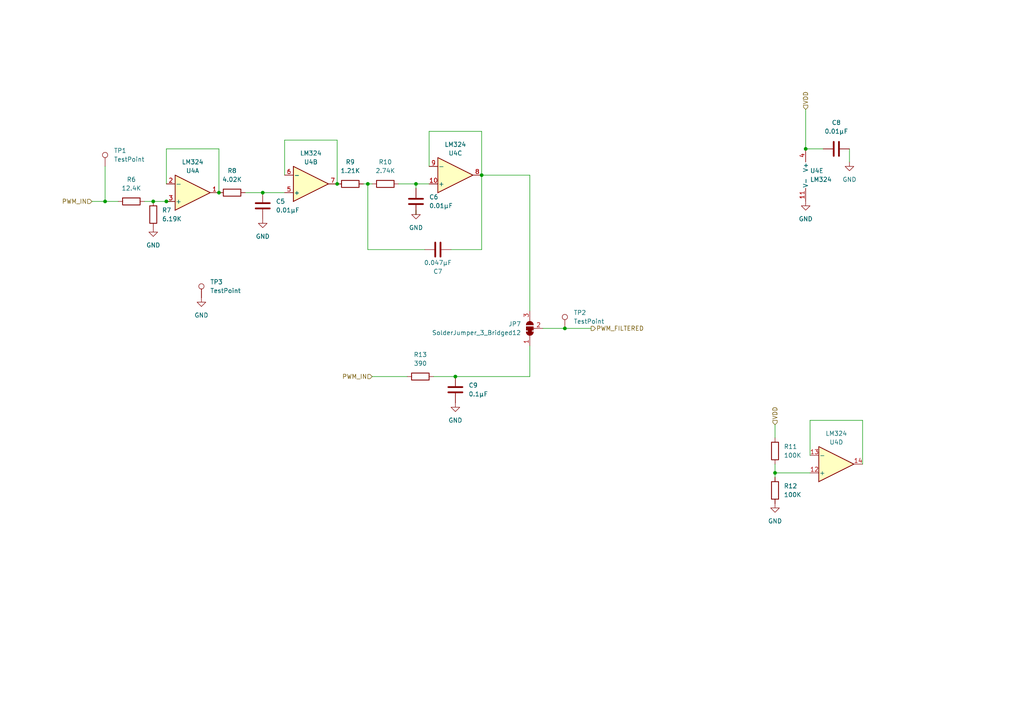
<source format=kicad_sch>
(kicad_sch (version 20230121) (generator eeschema)
  (paper "A4")
  (lib_symbols
    (symbol "Amplifier_Operational:LM324" (pin_names (offset 0.127))
      (property "Reference" "U" (at 0 5.08 0))
      (property "Value" "LM324" (at 0 -5.08 0))
      (symbol "LM324_1_1"
        (polyline (pts (xy -5.08 5.08) (xy 5.08 0) (xy -5.08 -5.08) (xy -5.08 5.08)) (stroke (width 0.254)) (fill (type background)))
        (pin output line (at 7.62 0 180) (length 2.54) (name "~") (number "1"))
        (pin input line (at -7.62 -2.54 0) (length 2.54) (name "-") (number "2"))
        (pin input line (at -7.62 2.54 0) (length 2.54) (name "+") (number "3"))
      )
      (symbol "LM324_2_1"
        (polyline (pts (xy -5.08 5.08) (xy 5.08 0) (xy -5.08 -5.08) (xy -5.08 5.08)) (stroke (width 0.254)) (fill (type background)))
        (pin input line (at -7.62 2.54 0) (length 2.54) (name "+") (number "5"))
        (pin input line (at -7.62 -2.54 0) (length 2.54) (name "-") (number "6"))
        (pin output line (at 7.62 0 180) (length 2.54) (name "~") (number "7"))
      )
      (symbol "LM324_3_1"
        (polyline (pts (xy -5.08 5.08) (xy 5.08 0) (xy -5.08 -5.08) (xy -5.08 5.08)) (stroke (width 0.254)) (fill (type background)))
        (pin input line (at -7.62 2.54 0) (length 2.54) (name "+") (number "10"))
        (pin output line (at 7.62 0 180) (length 2.54) (name "~") (number "8"))
        (pin input line (at -7.62 -2.54 0) (length 2.54) (name "-") (number "9"))
      )
      (symbol "LM324_4_1"
        (polyline (pts (xy -5.08 5.08) (xy 5.08 0) (xy -5.08 -5.08) (xy -5.08 5.08)) (stroke (width 0.254)) (fill (type background)))
        (pin input line (at -7.62 2.54 0) (length 2.54) (name "+") (number "12"))
        (pin input line (at -7.62 -2.54 0) (length 2.54) (name "-") (number "13"))
        (pin output line (at 7.62 0 180) (length 2.54) (name "~") (number "14"))
      )
      (symbol "LM324_5_1"
        (pin power_in line (at -2.54 -7.62 90) (length 3.81) (name "V-") (number "11"))
        (pin power_in line (at -2.54 7.62 270) (length 3.81) (name "V+") (number "4"))
      )
    )
    (symbol "Connector:TestPoint" (pin_numbers hide) (pin_names (offset 0.762) hide)
      (property "Reference" "TP" (at 0 6.858 0))
      (property "Value" "TestPoint" (at 0 5.08 0))
      (symbol "TestPoint_0_1"
        (circle (center 0 3.302) (radius 0.762))
      )
      (symbol "TestPoint_1_1"
        (pin passive line (at 0 0 90) (length 2.54) (name "1") (number "1"))
      )
    )
    (symbol "Device:C" (pin_numbers hide) (pin_names (offset 0.254))
      (property "Reference" "C" (at 0.635 2.54 0))
      (property "Value" "C" (at 0.635 -2.54 0))
      (symbol "C_0_1"
        (polyline (pts (xy -2.032 -0.762) (xy 2.032 -0.762)) (stroke (width 0.508)))
        (polyline (pts (xy -2.032 0.762) (xy 2.032 0.762)) (stroke (width 0.508)))
      )
      (symbol "C_1_1"
        (pin passive line (at 0 3.81 270) (length 2.794) (name "~") (number "1"))
        (pin passive line (at 0 -3.81 90) (length 2.794) (name "~") (number "2"))
      )
    )
    (symbol "Device:R" (pin_numbers hide) (pin_names (offset 0))
      (property "Reference" "R" (at 2.032 0 90))
      (property "Value" "R" (at 0 0 90))
      (symbol "R_0_1"
        (rectangle (start -1.016 -2.54) (end 1.016 2.54) (stroke (width 0.254)))
      )
      (symbol "R_1_1"
        (pin passive line (at 0 3.81 270) (length 1.27) (name "~") (number "1"))
        (pin passive line (at 0 -3.81 90) (length 1.27) (name "~") (number "2"))
      )
    )
    (symbol "Jumper:SolderJumper_3_Bridged12" (pin_names (offset 0) hide)
      (property "Reference" "JP" (at -2.54 -2.54 0))
      (property "Value" "SolderJumper_3_Bridged12" (at 0 2.794 0))
      (symbol "SolderJumper_3_Bridged12_0_1"
        (rectangle (start -1.016 0.508) (end -0.508 -0.508) (fill (type outline)))
        (arc (start -1.016 1.016) (mid -2.0276 0) (end -1.016 -1.016))
        (arc (start -1.016 1.016) (mid -2.0276 0) (end -1.016 -1.016) (fill (type outline)))
        (rectangle (start -0.508 1.016) (end 0.508 -1.016) (fill (type outline)))
        (polyline (pts (xy -2.54 0) (xy -2.032 0)))
        (polyline (pts (xy -1.016 1.016) (xy -1.016 -1.016)))
        (polyline (pts (xy 0 -1.27) (xy 0 -1.016)))
        (polyline (pts (xy 1.016 1.016) (xy 1.016 -1.016)))
        (polyline (pts (xy 2.54 0) (xy 2.032 0)))
        (arc (start 1.016 -1.016) (mid 2.0276 0) (end 1.016 1.016))
        (arc (start 1.016 -1.016) (mid 2.0276 0) (end 1.016 1.016) (fill (type outline)))
      )
      (symbol "SolderJumper_3_Bridged12_1_1"
        (pin passive line (at -5.08 0 0) (length 2.54) (name "A") (number "1"))
        (pin passive line (at 0 -3.81 90) (length 2.54) (name "C") (number "2"))
        (pin passive line (at 5.08 0 180) (length 2.54) (name "B") (number "3"))
      )
    )
    (symbol "power:GND" (power) (pin_names (offset 0))
      (property "Value" "GND" (at 0 -3.81 0))
      (symbol "GND_0_1"
        (polyline (pts (xy 0 0) (xy 0 -1.27) (xy 1.27 -1.27) (xy 0 -2.54) (xy -1.27 -1.27) (xy 0 -1.27)))
      )
      (symbol "GND_1_1"
        (pin power_in line (at 0 0 270) (length 0) hide (name "GND") (number "1"))
      )
    )
  )
  (junction (at 44.45 58.42))
  (junction (at 97.79 53.34))
  (junction (at 163.83 95.25))
  (junction (at 63.5 55.88))
  (junction (at 233.68 43.18))
  (junction (at 48.26 58.42))
  (junction (at 139.7 50.8))
  (junction (at 120.65 53.34))
  (junction (at 132.08 109.22))
  (junction (at 224.79 137.16))
  (junction (at 76.2 55.88))
  (junction (at 30.48 58.42))
  (junction (at 106.68 53.34))
  (wire (pts (xy 105.41 53.34) (xy 106.68 53.34)))
  (wire (pts (xy 120.65 62.23) (xy 120.65 60.96)))
  (wire (pts (xy 107.95 109.22) (xy 118.11 109.22)))
  (wire (pts (xy 26.67 58.42) (xy 30.48 58.42)))
  (wire (pts (xy 157.48 95.25) (xy 163.83 95.25)))
  (wire (pts (xy 153.67 100.33) (xy 153.67 109.22)))
  (wire (pts (xy 139.7 38.1) (xy 124.46 38.1)))
  (wire (pts (xy 139.7 72.39) (xy 139.7 50.8)))
  (wire (pts (xy 130.81 72.39) (xy 139.7 72.39)))
  (wire (pts (xy 246.38 43.18) (xy 246.38 46.99)))
  (wire (pts (xy 71.12 55.88) (xy 76.2 55.88)))
  (wire (pts (xy 30.48 58.42) (xy 34.29 58.42)))
  (wire (pts (xy 250.19 121.92) (xy 234.95 121.92)))
  (wire (pts (xy 233.68 43.18) (xy 238.76 43.18)))
  (wire (pts (xy 30.48 48.26) (xy 30.48 58.42)))
  (wire (pts (xy 48.26 53.34) (xy 48.26 43.18)))
  (wire (pts (xy 125.73 109.22) (xy 132.08 109.22)))
  (wire (pts (xy 106.68 53.34) (xy 106.68 72.39)))
  (wire (pts (xy 106.68 53.34) (xy 107.95 53.34)))
  (wire (pts (xy 48.26 43.18) (xy 63.5 43.18)))
  (wire (pts (xy 48.26 58.42) (xy 49.53 58.42)))
  (wire (pts (xy 115.57 53.34) (xy 120.65 53.34)))
  (wire (pts (xy 124.46 38.1) (xy 124.46 48.26)))
  (wire (pts (xy 120.65 53.34) (xy 124.46 53.34)))
  (wire (pts (xy 82.55 40.64) (xy 97.79 40.64)))
  (wire (pts (xy 139.7 38.1) (xy 139.7 50.8)))
  (wire (pts (xy 153.67 50.8) (xy 153.67 90.17)))
  (wire (pts (xy 44.45 58.42) (xy 48.26 58.42)))
  (wire (pts (xy 224.79 137.16) (xy 234.95 137.16)))
  (wire (pts (xy 163.83 95.25) (xy 171.45 95.25)))
  (wire (pts (xy 224.79 137.16) (xy 224.79 138.43)))
  (wire (pts (xy 63.5 43.18) (xy 63.5 55.88)))
  (wire (pts (xy 120.65 54.61) (xy 120.65 53.34)))
  (wire (pts (xy 224.79 123.19) (xy 224.79 127)))
  (wire (pts (xy 41.91 58.42) (xy 44.45 58.42)))
  (wire (pts (xy 139.7 50.8) (xy 153.67 50.8)))
  (wire (pts (xy 234.95 121.92) (xy 234.95 132.08)))
  (wire (pts (xy 97.79 40.64) (xy 97.79 53.34)))
  (wire (pts (xy 76.2 55.88) (xy 82.55 55.88)))
  (wire (pts (xy 82.55 50.8) (xy 82.55 40.64)))
  (wire (pts (xy 250.19 134.62) (xy 250.19 121.92)))
  (wire (pts (xy 233.68 31.75) (xy 233.68 43.18)))
  (wire (pts (xy 153.67 109.22) (xy 132.08 109.22)))
  (wire (pts (xy 224.79 134.62) (xy 224.79 137.16)))
  (wire (pts (xy 106.68 72.39) (xy 123.19 72.39)))
  (hierarchical_label "VDD" (shape input) (at 224.79 123.19 90))
  (hierarchical_label "PWM_IN" (shape input) (at 107.95 109.22 180))
  (hierarchical_label "VDD" (shape input) (at 233.68 31.75 90))
  (hierarchical_label "PWM_FILTERED" (shape output) (at 171.45 95.25 0))
  (hierarchical_label "PWM_IN" (shape input) (at 26.67 58.42 180))
  (symbol (lib_id "power:GND") (at 76.2 63.5 0) (unit 1)
    (property "Reference" "#PWR027" (effects hide))
    (property "Value" "GND" (at 76.2 68.58 0))
  )
  (symbol (lib_id "power:GND") (at 58.42 86.36 0) (unit 1)
    (property "Reference" "#PWR034" (effects hide))
    (property "Value" "GND" (at 58.42 91.44 0))
  )
  (symbol (lib_id "power:GND") (at 246.38 46.99 0) (unit 1)
    (property "Reference" "#PWR030" (effects hide))
    (property "Value" "GND" (at 246.38 52.07 0))
  )
  (symbol (lib_id "Device:C") (at 76.2 59.69 0) (unit 1)
    (property "Reference" "C5" (at 80.01 58.42 0) (effects (justify left)))
    (property "Value" "0.01µF" (at 80.01 60.96 0) (effects (justify left)))
    (property "Footprint" "Capacitor_SMD:C_0603_1608Metric" (effects hide))
  )
  (symbol (lib_id "power:GND") (at 132.08 116.84 0) (unit 1)
    (property "Reference" "#PWR035" (effects hide))
    (property "Value" "GND" (at 132.08 121.92 0))
  )
  (symbol (lib_id "Amplifier_Operational:LM324") (at 55.88 55.88 0) (mirror x) (unit 1)
    (property "Reference" "U4" (at 55.88 49.53 0))
    (property "Value" "LM324" (at 55.88 46.99 0))
    (property "Footprint" "Package_SO:TSSOP-14_4.4x5mm_P0.65mm" (effects hide))
    (property "Datasheet" "http://www.ti.com/lit/ds/symlink/lm2902-n.pdf" (effects hide))
  )
  (symbol (lib_id "Device:C") (at 132.08 113.03 0) (unit 1)
    (property "Reference" "C9" (at 135.89 111.76 0) (effects (justify left)))
    (property "Value" "0.1µF" (at 135.89 114.3 0) (effects (justify left)))
    (property "Footprint" "Capacitor_SMD:C_0603_1608Metric" (effects hide))
  )
  (symbol (lib_id "Device:C") (at 120.65 58.42 180) (unit 1)
    (property "Reference" "C6" (at 124.46 57.15 0) (effects (justify right)))
    (property "Value" "0.01µF" (at 124.46 59.69 0) (effects (justify right)))
    (property "Footprint" "Capacitor_SMD:C_0603_1608Metric" (effects hide))
  )
  (symbol (lib_id "Device:C") (at 127 72.39 90) (unit 1)
    (property "Reference" "C7" (at 127 78.74 90))
    (property "Value" "0.047µF" (at 127 76.2 90))
    (property "Footprint" "Capacitor_SMD:C_0603_1608Metric" (effects hide))
  )
  (symbol (lib_id "power:GND") (at 120.65 60.96 0) (unit 1)
    (property "Reference" "#PWR028" (effects hide))
    (property "Value" "GND" (at 120.65 66.04 0))
  )
  (symbol (lib_id "Device:R") (at 224.79 142.24 0) (unit 1)
    (property "Reference" "R12" (at 227.33 140.97 0) (effects (justify left)))
    (property "Value" "100K" (at 227.33 143.51 0) (effects (justify left)))
    (property "Footprint" "Resistor_SMD:R_0603_1608Metric" (effects hide))
  )
  (symbol (lib_id "Device:R") (at 44.45 62.23 0) (unit 1)
    (property "Reference" "R7" (at 46.99 60.96 0) (effects (justify left)))
    (property "Value" "6.19K" (at 46.99 63.5 0) (effects (justify left)))
    (property "Footprint" "Resistor_SMD:R_0603_1608Metric" (effects hide))
  )
  (symbol (lib_id "Device:R") (at 38.1 58.42 90) (unit 1)
    (property "Reference" "R6" (at 38.1 52.07 90))
    (property "Value" "12.4K" (at 38.1 54.61 90))
    (property "Footprint" "Resistor_SMD:R_0603_1608Metric" (effects hide))
  )
  (symbol (lib_id "Device:R") (at 101.6 53.34 90) (unit 1)
    (property "Reference" "R9" (at 101.6 46.99 90))
    (property "Value" "1.21K" (at 101.6 49.53 90))
    (property "Footprint" "Resistor_SMD:R_0603_1608Metric" (effects hide))
  )
  (symbol (lib_id "power:GND") (at 224.79 146.05 0) (unit 1)
    (property "Reference" "#PWR029" (effects hide))
    (property "Value" "GND" (at 224.79 151.13 0))
  )
  (symbol (lib_id "Connector:TestPoint") (at 30.48 48.26 0) (unit 1)
    (property "Reference" "TP1" (at 33.02 43.688 0) (effects (justify left)))
    (property "Value" "TestPoint" (at 33.02 46.228 0) (effects (justify left)))
    (property "Footprint" "TestPoint:TestPoint_THTPad_D1.0mm_Drill0.5mm" (effects hide))
  )
  (symbol (lib_id "Amplifier_Operational:LM324") (at 236.22 50.8 0) (unit 5)
    (property "Reference" "U4" (at 234.95 49.53 0) (effects (justify left)))
    (property "Value" "LM324" (at 234.95 52.07 0) (effects (justify left)))
    (property "Footprint" "Package_SO:TSSOP-14_4.4x5mm_P0.65mm" (effects hide))
    (property "Datasheet" "http://www.ti.com/lit/ds/symlink/lm2902-n.pdf" (effects hide))
  )
  (symbol (lib_id "Amplifier_Operational:LM324") (at 132.08 50.8 0) (mirror x) (unit 3)
    (property "Reference" "U4" (at 132.08 44.45 0))
    (property "Value" "LM324" (at 132.08 41.91 0))
    (property "Footprint" "Package_SO:TSSOP-14_4.4x5mm_P0.65mm" (effects hide))
    (property "Datasheet" "http://www.ti.com/lit/ds/symlink/lm2902-n.pdf" (effects hide))
  )
  (symbol (lib_id "Connector:TestPoint") (at 58.42 86.36 0) (unit 1)
    (property "Reference" "TP3" (at 60.96 81.788 0) (effects (justify left)))
    (property "Value" "TestPoint" (at 60.96 84.328 0) (effects (justify left)))
    (property "Footprint" "TestPoint:TestPoint_THTPad_1.0x1.0mm_Drill0.5mm" (effects hide))
  )
  (symbol (lib_id "Amplifier_Operational:LM324") (at 90.17 53.34 0) (mirror x) (unit 2)
    (property "Reference" "U4" (at 90.17 46.99 0))
    (property "Value" "LM324" (at 90.17 44.45 0))
    (property "Footprint" "Package_SO:TSSOP-14_4.4x5mm_P0.65mm" (effects hide))
    (property "Datasheet" "http://www.ti.com/lit/ds/symlink/lm2902-n.pdf" (effects hide))
  )
  (symbol (lib_id "Device:C") (at 242.57 43.18 90) (unit 1)
    (property "Reference" "C8" (at 242.57 35.56 90))
    (property "Value" "0.01µF" (at 242.57 38.1 90))
    (property "Footprint" "Capacitor_SMD:C_0603_1608Metric" (effects hide))
  )
  (symbol (lib_id "Device:R") (at 224.79 130.81 0) (unit 1)
    (property "Reference" "R11" (at 227.33 129.54 0) (effects (justify left)))
    (property "Value" "100K" (at 227.33 132.08 0) (effects (justify left)))
    (property "Footprint" "Resistor_SMD:R_0603_1608Metric" (effects hide))
  )
  (symbol (lib_id "Device:R") (at 111.76 53.34 90) (unit 1)
    (property "Reference" "R10" (at 111.76 46.99 90))
    (property "Value" "2.74K" (at 111.76 49.53 90))
    (property "Footprint" "Resistor_SMD:R_0603_1608Metric" (effects hide))
  )
  (symbol (lib_id "Jumper:SolderJumper_3_Bridged12") (at 153.67 95.25 90) (unit 1)
    (property "Reference" "JP7" (at 151.13 93.98 90) (effects (justify left)))
    (property "Value" "SolderJumper_3_Bridged12" (at 151.13 96.52 90) (effects (justify left)))
    (property "Footprint" "Jumper:SolderJumper-3_P1.3mm_Bridged12_Pad1.0x1.5mm" (effects hide))
  )
  (symbol (lib_id "power:GND") (at 233.68 58.42 0) (unit 1)
    (property "Reference" "#PWR031" (effects hide))
    (property "Value" "GND" (at 233.68 63.5 0))
  )
  (symbol (lib_id "power:GND") (at 44.45 66.04 0) (unit 1)
    (property "Reference" "#PWR026" (effects hide))
    (property "Value" "GND" (at 44.45 71.12 0))
  )
  (symbol (lib_id "Amplifier_Operational:LM324") (at 242.57 134.62 0) (mirror x) (unit 4)
    (property "Reference" "U4" (at 242.57 128.27 0))
    (property "Value" "LM324" (at 242.57 125.73 0))
    (property "Footprint" "Package_SO:TSSOP-14_4.4x5mm_P0.65mm" (effects hide))
    (property "Datasheet" "http://www.ti.com/lit/ds/symlink/lm2902-n.pdf" (effects hide))
  )
  (symbol (lib_id "Device:R") (at 121.92 109.22 90) (unit 1)
    (property "Reference" "R13" (at 121.92 102.87 90))
    (property "Value" "390" (at 121.92 105.41 90))
    (property "Footprint" "Resistor_SMD:R_0603_1608Metric" (effects hide))
  )
  (symbol (lib_id "Connector:TestPoint") (at 163.83 95.25 0) (unit 1)
    (property "Reference" "TP2" (at 166.37 90.678 0) (effects (justify left)))
    (property "Value" "TestPoint" (at 166.37 93.218 0) (effects (justify left)))
    (property "Footprint" "TestPoint:TestPoint_THTPad_D1.0mm_Drill0.5mm" (effects hide))
  )
  (symbol (lib_id "Device:R") (at 67.31 55.88 90) (unit 1)
    (property "Reference" "R8" (at 67.31 49.53 90))
    (property "Value" "4.02K" (at 67.31 52.07 90))
    (property "Footprint" "Resistor_SMD:R_0603_1608Metric" (effects hide))
  )
)
</source>
